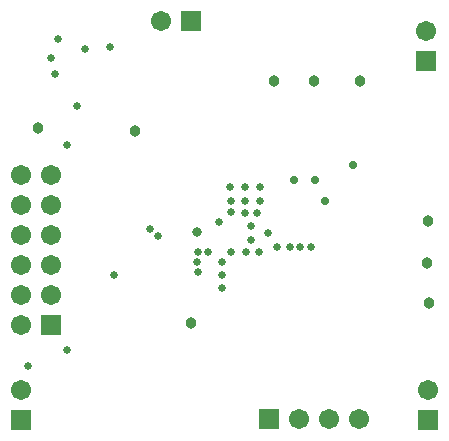
<source format=gbs>
G04 Layer_Color=16711935*
%FSLAX44Y44*%
%MOMM*%
G71*
G01*
G75*
%ADD57C,0.9652*%
%ADD58C,0.6604*%
%ADD59R,1.7032X1.7032*%
%ADD60C,1.7032*%
%ADD61R,1.7032X1.7032*%
%ADD62C,0.7112*%
%ADD63C,0.8032*%
D57*
X116967Y263017D02*
D03*
X163957Y100076D02*
D03*
X365760Y116967D02*
D03*
X364363Y150749D02*
D03*
X365125Y186690D02*
D03*
X307086Y305435D02*
D03*
X268351D02*
D03*
X234442Y304927D02*
D03*
X34798Y265049D02*
D03*
D58*
X45466Y324866D02*
D03*
X214757Y170815D02*
D03*
X214630Y181911D02*
D03*
X169803Y143637D02*
D03*
X169549Y152019D02*
D03*
X178825Y160147D02*
D03*
X169803D02*
D03*
X265684Y164719D02*
D03*
X256794D02*
D03*
X247650D02*
D03*
X236728D02*
D03*
X222250Y215519D02*
D03*
X197612Y215265D02*
D03*
X209550Y215519D02*
D03*
X221996Y160655D02*
D03*
X210566Y160147D02*
D03*
X197866D02*
D03*
X190631Y151511D02*
D03*
Y140589D02*
D03*
Y129413D02*
D03*
X220218Y193675D02*
D03*
X210058Y193421D02*
D03*
X198120Y193929D02*
D03*
X210058Y203835D02*
D03*
X198120Y203581D02*
D03*
X222758Y203835D02*
D03*
X187706Y185547D02*
D03*
X67766Y284151D02*
D03*
X51943Y340360D02*
D03*
X95250Y333883D02*
D03*
X98806Y141097D02*
D03*
X59182Y77343D02*
D03*
X49142Y310903D02*
D03*
X136652Y173863D02*
D03*
X129540Y179959D02*
D03*
X59436Y251079D02*
D03*
X74168Y331851D02*
D03*
X26162Y63373D02*
D03*
X229108Y176403D02*
D03*
D59*
X363474Y322199D02*
D03*
X45466Y98171D02*
D03*
X20066Y17653D02*
D03*
X365252Y17907D02*
D03*
D60*
X363474Y347599D02*
D03*
X45466Y123571D02*
D03*
Y148971D02*
D03*
Y174371D02*
D03*
Y199771D02*
D03*
Y225171D02*
D03*
X20066Y98171D02*
D03*
Y123571D02*
D03*
Y148971D02*
D03*
Y174371D02*
D03*
Y199771D02*
D03*
Y225171D02*
D03*
X139192Y355981D02*
D03*
X20066Y43053D02*
D03*
X306578Y18669D02*
D03*
X281178D02*
D03*
X255778D02*
D03*
X365252Y43307D02*
D03*
D61*
X164592Y355981D02*
D03*
X230378Y18669D02*
D03*
D62*
X301244Y234315D02*
D03*
X277876Y203327D02*
D03*
X268986Y221107D02*
D03*
X251206D02*
D03*
D63*
X168910Y177419D02*
D03*
M02*

</source>
